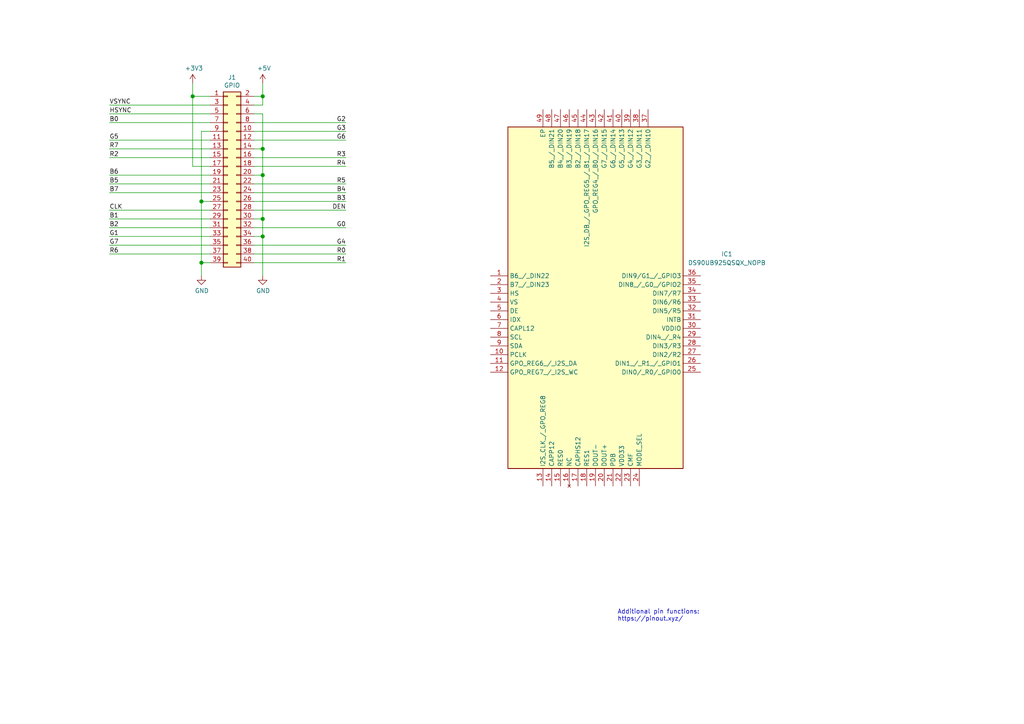
<source format=kicad_sch>
(kicad_sch (version 20231120) (generator "eeschema") (generator_version "8.0")
  (paper "A4")
  (title_block (title "Civic Video Serializer") (date "2025-02-11"))
  (lib_symbols
    (symbol "Connector_Generic:Conn_02x20_Odd_Even" (pin_names (offset 1.016) hide)
      (property "Reference" "J" (at 1.27 25.4 0))
      (property "Value" "Conn_02x20_Odd_Even" (at 1.27 -27.94 0))
      (symbol "Conn_02x20_Odd_Even_1_1"
        (rectangle (start -1.27 -25.273) (end 0 -25.527) (stroke (width 0.1524)))
        (rectangle (start -1.27 -22.733) (end 0 -22.987) (stroke (width 0.1524)))
        (rectangle (start -1.27 -20.193) (end 0 -20.447) (stroke (width 0.1524)))
        (rectangle (start -1.27 -17.653) (end 0 -17.907) (stroke (width 0.1524)))
        (rectangle (start -1.27 -15.113) (end 0 -15.367) (stroke (width 0.1524)))
        (rectangle (start -1.27 -12.573) (end 0 -12.827) (stroke (width 0.1524)))
        (rectangle (start -1.27 -10.033) (end 0 -10.287) (stroke (width 0.1524)))
        (rectangle (start -1.27 -7.493) (end 0 -7.747) (stroke (width 0.1524)))
        (rectangle (start -1.27 -4.953) (end 0 -5.207) (stroke (width 0.1524)))
        (rectangle (start -1.27 -2.413) (end 0 -2.667) (stroke (width 0.1524)))
        (rectangle (start -1.27 0.127) (end 0 -0.127) (stroke (width 0.1524)))
        (rectangle (start -1.27 2.667) (end 0 2.413) (stroke (width 0.1524)))
        (rectangle (start -1.27 5.207) (end 0 4.953) (stroke (width 0.1524)))
        (rectangle (start -1.27 7.747) (end 0 7.493) (stroke (width 0.1524)))
        (rectangle (start -1.27 10.287) (end 0 10.033) (stroke (width 0.1524)))
        (rectangle (start -1.27 12.827) (end 0 12.573) (stroke (width 0.1524)))
        (rectangle (start -1.27 15.367) (end 0 15.113) (stroke (width 0.1524)))
        (rectangle (start -1.27 17.907) (end 0 17.653) (stroke (width 0.1524)))
        (rectangle (start -1.27 20.447) (end 0 20.193) (stroke (width 0.1524)))
        (rectangle (start -1.27 22.987) (end 0 22.733) (stroke (width 0.1524)))
        (rectangle (start -1.27 24.13) (end 3.81 -26.67) (stroke (width 0.254)) (fill (type background)))
        (rectangle (start 3.81 -25.273) (end 2.54 -25.527) (stroke (width 0.1524)))
        (rectangle (start 3.81 -22.733) (end 2.54 -22.987) (stroke (width 0.1524)))
        (rectangle (start 3.81 -20.193) (end 2.54 -20.447) (stroke (width 0.1524)))
        (rectangle (start 3.81 -17.653) (end 2.54 -17.907) (stroke (width 0.1524)))
        (rectangle (start 3.81 -15.113) (end 2.54 -15.367) (stroke (width 0.1524)))
        (rectangle (start 3.81 -12.573) (end 2.54 -12.827) (stroke (width 0.1524)))
        (rectangle (start 3.81 -10.033) (end 2.54 -10.287) (stroke (width 0.1524)))
        (rectangle (start 3.81 -7.493) (end 2.54 -7.747) (stroke (width 0.1524)))
        (rectangle (start 3.81 -4.953) (end 2.54 -5.207) (stroke (width 0.1524)))
        (rectangle (start 3.81 -2.413) (end 2.54 -2.667) (stroke (width 0.1524)))
        (rectangle (start 3.81 0.127) (end 2.54 -0.127) (stroke (width 0.1524)))
        (rectangle (start 3.81 2.667) (end 2.54 2.413) (stroke (width 0.1524)))
        (rectangle (start 3.81 5.207) (end 2.54 4.953) (stroke (width 0.1524)))
        (rectangle (start 3.81 7.747) (end 2.54 7.493) (stroke (width 0.1524)))
        (rectangle (start 3.81 10.287) (end 2.54 10.033) (stroke (width 0.1524)))
        (rectangle (start 3.81 12.827) (end 2.54 12.573) (stroke (width 0.1524)))
        (rectangle (start 3.81 15.367) (end 2.54 15.113) (stroke (width 0.1524)))
        (rectangle (start 3.81 17.907) (end 2.54 17.653) (stroke (width 0.1524)))
        (rectangle (start 3.81 20.447) (end 2.54 20.193) (stroke (width 0.1524)))
        (rectangle (start 3.81 22.987) (end 2.54 22.733) (stroke (width 0.1524)))
        (pin passive line (at -5.08 22.86 0) (length 3.81) (name "Pin_1") (number "1"))
        (pin passive line (at 7.62 12.7 180) (length 3.81) (name "Pin_10") (number "10"))
        (pin passive line (at -5.08 10.16 0) (length 3.81) (name "Pin_11") (number "11"))
        (pin passive line (at 7.62 10.16 180) (length 3.81) (name "Pin_12") (number "12"))
        (pin passive line (at -5.08 7.62 0) (length 3.81) (name "Pin_13") (number "13"))
        (pin passive line (at 7.62 7.62 180) (length 3.81) (name "Pin_14") (number "14"))
        (pin passive line (at -5.08 5.08 0) (length 3.81) (name "Pin_15") (number "15"))
        (pin passive line (at 7.62 5.08 180) (length 3.81) (name "Pin_16") (number "16"))
        (pin passive line (at -5.08 2.54 0) (length 3.81) (name "Pin_17") (number "17"))
        (pin passive line (at 7.62 2.54 180) (length 3.81) (name "Pin_18") (number "18"))
        (pin passive line (at -5.08 0 0) (length 3.81) (name "Pin_19") (number "19"))
        (pin passive line (at 7.62 22.86 180) (length 3.81) (name "Pin_2") (number "2"))
        (pin passive line (at 7.62 0 180) (length 3.81) (name "Pin_20") (number "20"))
        (pin passive line (at -5.08 -2.54 0) (length 3.81) (name "Pin_21") (number "21"))
        (pin passive line (at 7.62 -2.54 180) (length 3.81) (name "Pin_22") (number "22"))
        (pin passive line (at -5.08 -5.08 0) (length 3.81) (name "Pin_23") (number "23"))
        (pin passive line (at 7.62 -5.08 180) (length 3.81) (name "Pin_24") (number "24"))
        (pin passive line (at -5.08 -7.62 0) (length 3.81) (name "Pin_25") (number "25"))
        (pin passive line (at 7.62 -7.62 180) (length 3.81) (name "Pin_26") (number "26"))
        (pin passive line (at -5.08 -10.16 0) (length 3.81) (name "Pin_27") (number "27"))
        (pin passive line (at 7.62 -10.16 180) (length 3.81) (name "Pin_28") (number "28"))
        (pin passive line (at -5.08 -12.7 0) (length 3.81) (name "Pin_29") (number "29"))
        (pin passive line (at -5.08 20.32 0) (length 3.81) (name "Pin_3") (number "3"))
        (pin passive line (at 7.62 -12.7 180) (length 3.81) (name "Pin_30") (number "30"))
        (pin passive line (at -5.08 -15.24 0) (length 3.81) (name "Pin_31") (number "31"))
        (pin passive line (at 7.62 -15.24 180) (length 3.81) (name "Pin_32") (number "32"))
        (pin passive line (at -5.08 -17.78 0) (length 3.81) (name "Pin_33") (number "33"))
        (pin passive line (at 7.62 -17.78 180) (length 3.81) (name "Pin_34") (number "34"))
        (pin passive line (at -5.08 -20.32 0) (length 3.81) (name "Pin_35") (number "35"))
        (pin passive line (at 7.62 -20.32 180) (length 3.81) (name "Pin_36") (number "36"))
        (pin passive line (at -5.08 -22.86 0) (length 3.81) (name "Pin_37") (number "37"))
        (pin passive line (at 7.62 -22.86 180) (length 3.81) (name "Pin_38") (number "38"))
        (pin passive line (at -5.08 -25.4 0) (length 3.81) (name "Pin_39") (number "39"))
        (pin passive line (at 7.62 20.32 180) (length 3.81) (name "Pin_4") (number "4"))
        (pin passive line (at 7.62 -25.4 180) (length 3.81) (name "Pin_40") (number "40"))
        (pin passive line (at -5.08 17.78 0) (length 3.81) (name "Pin_5") (number "5"))
        (pin passive line (at 7.62 17.78 180) (length 3.81) (name "Pin_6") (number "6"))
        (pin passive line (at -5.08 15.24 0) (length 3.81) (name "Pin_7") (number "7"))
        (pin passive line (at 7.62 15.24 180) (length 3.81) (name "Pin_8") (number "8"))
        (pin passive line (at -5.08 12.7 0) (length 3.81) (name "Pin_9") (number "9"))
      )
    )
    (symbol "Symbol_library:DS90UB925QSQX_NOPB"
      (property "Reference" "IC" (at 57.15 48.26 0))
      (property "Value" "DS90UB925QSQX_NOPB" (at 57.15 45.72 0))
      (symbol "DS90UB925QSQX_NOPB_1_1"
        (rectangle (start 5.08 43.18) (end 55.88 -55.88) (stroke (width 0.254)) (fill (type background)))
        (pin passive line (at 0 0 0) (length 5.08) (name "B6_/_DIN22") (number "1"))
        (pin passive line (at 0 -22.86 0) (length 5.08) (name "PCLK") (number "10"))
        (pin passive line (at 0 -25.4 0) (length 5.08) (name "GPO_REG6_/_I2S_DA") (number "11"))
        (pin passive line (at 0 -27.94 0) (length 5.08) (name "GPO_REG7_/_I2S_WC") (number "12"))
        (pin passive line (at 15.24 -60.96 90) (length 5.08) (name "I2S_CLK_/_GPO_REG8") (number "13"))
        (pin passive line (at 17.78 -60.96 90) (length 5.08) (name "CAPP12") (number "14"))
        (pin passive line (at 20.32 -60.96 90) (length 5.08) (name "RES0") (number "15"))
        (pin no_connect line (at 22.86 -60.96 90) (length 5.08) (name "NC") (number "16"))
        (pin passive line (at 25.4 -60.96 90) (length 5.08) (name "CAPHS12") (number "17"))
        (pin passive line (at 27.94 -60.96 90) (length 5.08) (name "RES1") (number "18"))
        (pin passive line (at 30.48 -60.96 90) (length 5.08) (name "DOUT-") (number "19"))
        (pin passive line (at 0 -2.54 0) (length 5.08) (name "B7_/_DIN23") (number "2"))
        (pin passive line (at 33.02 -60.96 90) (length 5.08) (name "DOUT+") (number "20"))
        (pin passive line (at 35.56 -60.96 90) (length 5.08) (name "PDB") (number "21"))
        (pin passive line (at 38.1 -60.96 90) (length 5.08) (name "VDD33") (number "22"))
        (pin passive line (at 40.64 -60.96 90) (length 5.08) (name "CMF") (number "23"))
        (pin passive line (at 43.18 -60.96 90) (length 5.08) (name "MODE_SEL") (number "24"))
        (pin passive line (at 60.96 -27.94 180) (length 5.08) (name "DIN0/_R0/_GPIO0") (number "25"))
        (pin passive line (at 60.96 -25.4 180) (length 5.08) (name "DIN1_/_R1_/_GPIO1") (number "26"))
        (pin passive line (at 60.96 -22.86 180) (length 5.08) (name "DIN2/R2") (number "27"))
        (pin passive line (at 60.96 -20.32 180) (length 5.08) (name "DIN3/R3") (number "28"))
        (pin passive line (at 60.96 -17.78 180) (length 5.08) (name "DIN4_/_R4") (number "29"))
        (pin passive line (at 0 -5.08 0) (length 5.08) (name "HS") (number "3"))
        (pin passive line (at 60.96 -15.24 180) (length 5.08) (name "VDDIO") (number "30"))
        (pin passive line (at 60.96 -12.7 180) (length 5.08) (name "INTB") (number "31"))
        (pin passive line (at 60.96 -10.16 180) (length 5.08) (name "DIN5/R5") (number "32"))
        (pin passive line (at 60.96 -7.62 180) (length 5.08) (name "DIN6/R6") (number "33"))
        (pin passive line (at 60.96 -5.08 180) (length 5.08) (name "DIN7/R7") (number "34"))
        (pin passive line (at 60.96 -2.54 180) (length 5.08) (name "DIN8_/_G0_/GPIO2") (number "35"))
        (pin passive line (at 60.96 0 180) (length 5.08) (name "DIN9/G1_/_GPIO3") (number "36"))
        (pin passive line (at 45.72 48.26 270) (length 5.08) (name "G2_/_DIN10") (number "37"))
        (pin passive line (at 43.18 48.26 270) (length 5.08) (name "G3_/_DIN11") (number "38"))
        (pin passive line (at 40.64 48.26 270) (length 5.08) (name "G4_/_DIN12") (number "39"))
        (pin passive line (at 0 -7.62 0) (length 5.08) (name "VS") (number "4"))
        (pin passive line (at 38.1 48.26 270) (length 5.08) (name "G5_/_DIN13") (number "40"))
        (pin passive line (at 35.56 48.26 270) (length 5.08) (name "G6_/_DIN14") (number "41"))
        (pin passive line (at 33.02 48.26 270) (length 5.08) (name "G7_/_DIN15") (number "42"))
        (pin passive line (at 30.48 48.26 270) (length 5.08) (name "GPO_REG4_/_B0_/_DIN16") (number "43"))
        (pin passive line (at 27.94 48.26 270) (length 5.08) (name "I2S_DB_/_GPO_REG5_/_B1_/_DIN17") (number "44"))
        (pin passive line (at 25.4 48.26 270) (length 5.08) (name "B2_/_DIN18") (number "45"))
        (pin passive line (at 22.86 48.26 270) (length 5.08) (name "B3_/_DIN19") (number "46"))
        (pin passive line (at 20.32 48.26 270) (length 5.08) (name "B4_/_DIN20") (number "47"))
        (pin passive line (at 17.78 48.26 270) (length 5.08) (name "B5_/_DIN21") (number "48"))
        (pin passive line (at 15.24 48.26 270) (length 5.08) (name "EP") (number "49"))
        (pin passive line (at 0 -10.16 0) (length 5.08) (name "DE") (number "5"))
        (pin passive line (at 0 -12.7 0) (length 5.08) (name "IDX") (number "6"))
        (pin passive line (at 0 -15.24 0) (length 5.08) (name "CAPL12") (number "7"))
        (pin passive line (at 0 -17.78 0) (length 5.08) (name "SCL") (number "8"))
        (pin passive line (at 0 -20.32 0) (length 5.08) (name "SDA") (number "9"))
      )
    )
    (symbol "power:+3.3V" (power) (pin_names (offset 0))
      (property "Value" "+3.3V" (at 0 3.556 0))
      (symbol "+3.3V_0_1"
        (polyline (pts (xy -0.762 1.27) (xy 0 2.54)))
        (polyline (pts (xy 0 0) (xy 0 2.54)))
        (polyline (pts (xy 0 2.54) (xy 0.762 1.27)))
      )
      (symbol "+3.3V_1_1"
        (pin power_in line (at 0 0 90) (length 0) hide (name "+3V3") (number "1"))
      )
    )
    (symbol "power:+5V" (power) (pin_names (offset 0))
      (property "Value" "+5V" (at 0 3.556 0))
      (symbol "+5V_0_1"
        (polyline (pts (xy -0.762 1.27) (xy 0 2.54)))
        (polyline (pts (xy 0 0) (xy 0 2.54)))
        (polyline (pts (xy 0 2.54) (xy 0.762 1.27)))
      )
      (symbol "+5V_1_1"
        (pin power_in line (at 0 0 90) (length 0) hide (name "+5V") (number "1"))
      )
    )
    (symbol "power:GND" (power) (pin_names (offset 0))
      (property "Value" "GND" (at 0 -3.81 0))
      (symbol "GND_0_1"
        (polyline (pts (xy 0 0) (xy 0 -1.27) (xy 1.27 -1.27) (xy 0 -2.54) (xy -1.27 -1.27) (xy 0 -1.27)))
      )
      (symbol "GND_1_1"
        (pin power_in line (at 0 0 270) (length 0) hide (name "GND") (number "1"))
      )
    )
  )
  (junction (at 76.2 63.5) (diameter 1.016))
  (junction (at 55.88 27.94) (diameter 1.016))
  (junction (at 76.2 68.58) (diameter 1.016))
  (junction (at 58.42 58.42) (diameter 1.016))
  (junction (at 76.2 50.8) (diameter 1.016))
  (junction (at 76.2 43.18) (diameter 1.016))
  (junction (at 58.42 76.2) (diameter 1.016))
  (junction (at 76.2 27.94) (diameter 1.016))
  (wire (pts (xy 58.42 58.42) (xy 58.42 76.2)))
  (wire (pts (xy 73.66 58.42) (xy 100.33 58.42)))
  (wire (pts (xy 60.96 40.64) (xy 31.75 40.64)))
  (wire (pts (xy 76.2 33.02) (xy 76.2 43.18)))
  (wire (pts (xy 76.2 50.8) (xy 73.66 50.8)))
  (wire (pts (xy 76.2 63.5) (xy 76.2 68.58)))
  (wire (pts (xy 76.2 50.8) (xy 76.2 63.5)))
  (wire (pts (xy 73.66 35.56) (xy 100.33 35.56)))
  (wire (pts (xy 58.42 38.1) (xy 58.42 58.42)))
  (wire (pts (xy 58.42 38.1) (xy 60.96 38.1)))
  (wire (pts (xy 73.66 55.88) (xy 100.33 55.88)))
  (wire (pts (xy 60.96 60.96) (xy 31.75 60.96)))
  (wire (pts (xy 31.75 63.5) (xy 60.96 63.5)))
  (wire (pts (xy 58.42 58.42) (xy 60.96 58.42)))
  (wire (pts (xy 73.66 45.72) (xy 100.33 45.72)))
  (wire (pts (xy 73.66 76.2) (xy 100.33 76.2)))
  (wire (pts (xy 58.42 76.2) (xy 58.42 80.01)))
  (wire (pts (xy 31.75 43.18) (xy 60.96 43.18)))
  (wire (pts (xy 55.88 24.13) (xy 55.88 27.94)))
  (wire (pts (xy 76.2 68.58) (xy 73.66 68.58)))
  (wire (pts (xy 31.75 33.02) (xy 60.96 33.02)))
  (wire (pts (xy 31.75 55.88) (xy 60.96 55.88)))
  (wire (pts (xy 55.88 48.26) (xy 60.96 48.26)))
  (wire (pts (xy 60.96 30.48) (xy 31.75 30.48)))
  (wire (pts (xy 76.2 27.94) (xy 76.2 30.48)))
  (wire (pts (xy 76.2 43.18) (xy 76.2 50.8)))
  (wire (pts (xy 73.66 40.64) (xy 100.33 40.64)))
  (wire (pts (xy 76.2 43.18) (xy 73.66 43.18)))
  (wire (pts (xy 76.2 24.13) (xy 76.2 27.94)))
  (wire (pts (xy 31.75 35.56) (xy 60.96 35.56)))
  (wire (pts (xy 76.2 27.94) (xy 73.66 27.94)))
  (wire (pts (xy 55.88 27.94) (xy 55.88 48.26)))
  (wire (pts (xy 73.66 48.26) (xy 100.33 48.26)))
  (wire (pts (xy 73.66 38.1) (xy 100.33 38.1)))
  (wire (pts (xy 31.75 45.72) (xy 60.96 45.72)))
  (wire (pts (xy 31.75 53.34) (xy 60.96 53.34)))
  (wire (pts (xy 31.75 66.04) (xy 60.96 66.04)))
  (wire (pts (xy 76.2 30.48) (xy 73.66 30.48)))
  (wire (pts (xy 31.75 71.12) (xy 60.96 71.12)))
  (wire (pts (xy 73.66 71.12) (xy 100.33 71.12)))
  (wire (pts (xy 73.66 66.04) (xy 100.33 66.04)))
  (wire (pts (xy 58.42 76.2) (xy 60.96 76.2)))
  (wire (pts (xy 73.66 73.66) (xy 100.33 73.66)))
  (wire (pts (xy 76.2 33.02) (xy 73.66 33.02)))
  (wire (pts (xy 31.75 73.66) (xy 60.96 73.66)))
  (wire (pts (xy 76.2 68.58) (xy 76.2 80.01)))
  (wire (pts (xy 73.66 53.34) (xy 100.33 53.34)))
  (wire (pts (xy 60.96 68.58) (xy 31.75 68.58)))
  (wire (pts (xy 76.2 63.5) (xy 73.66 63.5)))
  (wire (pts (xy 55.88 27.94) (xy 60.96 27.94)))
  (wire (pts (xy 60.96 50.8) (xy 31.75 50.8)))
  (wire (pts (xy 73.66 60.96) (xy 100.33 60.96)))
  (text "Additional pin functions:\nhttps://pinout.xyz/" (at 179.07 180.34 0) (effects (font (size 1.27 1.27)) (justify left bottom)))
  (label "CLK" (at 31.75 60.96 0))
  (label "B2" (at 31.75 66.04 0))
  (label "DEN" (at 100.33 60.96 180))
  (label "B1" (at 31.75 63.5 0))
  (label "R1" (at 100.33 76.2 180))
  (label "G7" (at 31.75 71.12 0))
  (label "B6" (at 31.75 50.8 0))
  (label "B5" (at 31.75 53.34 0))
  (label "R3" (at 100.33 45.72 180))
  (label "B0" (at 31.75 35.56 0))
  (label "R7" (at 31.75 43.18 0))
  (label "R6" (at 31.75 73.66 0))
  (label "G2" (at 100.33 35.56 180))
  (label "B4" (at 100.33 55.88 180))
  (label "G3" (at 100.33 38.1 180))
  (label "G4" (at 100.33 71.12 180))
  (label "R2" (at 31.75 45.72 0))
  (label "VSYNC" (at 31.75 30.48 0))
  (label "G5" (at 31.75 40.64 0))
  (label "R5" (at 100.33 53.34 180))
  (label "HSYNC" (at 31.75 33.02 0))
  (label "G6" (at 100.33 40.64 180))
  (label "G0" (at 100.33 66.04 180))
  (label "G1" (at 31.75 68.58 0))
  (label "R0" (at 100.33 73.66 180))
  (label "R4" (at 100.33 48.26 180))
  (label "B3" (at 100.33 58.42 180))
  (label "B7" (at 31.75 55.88 0))
  (symbol (lib_id "power:+5V") (at 76.2 24.13 0) (unit 1)
    (property "Reference" "#PWR01" (effects (hide yes)))
    (property "Value" "+5V" (at 76.5683 19.8056 0))
  )
  (symbol (lib_id "power:+3.3V") (at 55.88 24.13 0) (unit 1)
    (property "Reference" "#PWR04" (effects (hide yes)))
    (property "Value" "+3V3" (at 56.2483 19.8056 0))
  )
  (symbol (lib_id "power:GND") (at 76.2 80.01 0) (unit 1)
    (property "Reference" "#PWR02" (effects (hide yes)))
    (property "Value" "GND" (at 76.3143 84.3344 0))
  )
  (symbol (lib_id "power:GND") (at 58.42 80.01 0) (unit 1)
    (property "Reference" "#PWR03" (effects (hide yes)))
    (property "Value" "GND" (at 58.5343 84.3344 0))
  )
  (symbol (lib_id "Connector_Generic:Conn_02x20_Odd_Even") (at 66.04 50.8 0) (unit 1)
    (property "Reference" "J1" (at 67.31 22.4598 0))
    (property "Value" "GPIO" (at 67.31 24.765 0))
    (property "Footprint" "Connector_PinSocket_2.54mm:PinSocket_2x20_P2.54mm_Vertical" (effects (hide yes)))
  )
  (symbol (lib_id "Symbol_library:DS90UB925QSQX_NOPB") (at 142.24 80.01 0) (unit 1)
    (property "Reference" "IC1" (at 210.82 73.6914 0))
    (property "Value" "DS90UB925QSQX_NOPB" (at 210.82 76.2314 0))
    (property "Footprint" "Footprint_library:QFN50P700X700X80-49N-D" (effects (hide yes)))
    (property "Datasheet" "http://www.ti.com/lit/gpn/ds90ub925q-q1" (effects (hide yes)))
    (property "Description" "5 - 85 MHz 24-bit Color FPD-Link III Serializer with Bidirectional Control Channel" (effects (hide yes)))
    (property "Height" "0.8" (effects (hide yes)))
    (property "Manufacturer_Name" "Texas Instruments" (effects (hide yes)))
    (property "Manufacturer_Part_Number" "DS90UB925QSQX/NOPB" (effects (hide yes)))
    (property "Mouser Part Number" "595-DS90UB925QSQXNPB" (effects (hide yes)))
    (property "Mouser Price/Stock" "https://www.mouser.co.uk/ProductDetail/Texas-Instruments/DS90UB925QSQX-NOPB?qs=E2%2FxqS9xjzqUOgpCdtCNkg%3D%3D" (effects (hide yes)))
    (property "Arrow Part Number" "DS90UB925QSQX/NOPB" (effects (hide yes)))
    (property "Arrow Price/Stock" "https://www.arrow.com/en/products/ds90ub925qsqxnopb/texas-instruments?region=nac" (effects (hide yes)))
  )
)
</source>
